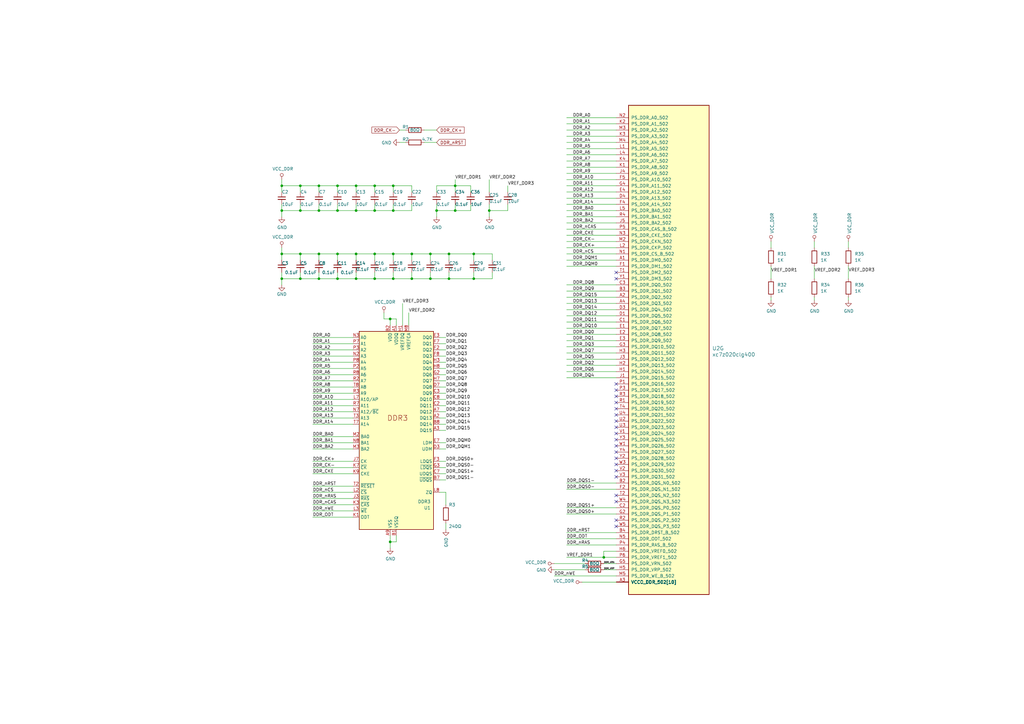
<source format=kicad_sch>
(kicad_sch (version 20231120) (generator "eeschema") (generator_version "8.0")
  (paper "A3")
  (junction (at 161.29 86.36))
  (junction (at 138.43 114.3))
  (junction (at 200.66 86.36))
  (junction (at 115.57 114.3))
  (junction (at 123.19 114.3))
  (junction (at 161.29 104.14))
  (junction (at 123.19 76.2))
  (junction (at 168.91 114.3))
  (junction (at 168.91 104.14))
  (junction (at 153.67 114.3))
  (junction (at 130.81 86.36))
  (junction (at 115.57 104.14))
  (junction (at 161.29 114.3))
  (junction (at 184.15 104.14))
  (junction (at 138.43 104.14))
  (junction (at 123.19 104.14))
  (junction (at 115.57 86.36))
  (junction (at 160.02 130.81))
  (junction (at 146.05 86.36))
  (junction (at 123.19 86.36))
  (junction (at 194.31 114.3))
  (junction (at 153.67 104.14))
  (junction (at 115.57 76.2))
  (junction (at 160.02 222.25))
  (junction (at 146.05 114.3))
  (junction (at 161.29 76.2))
  (junction (at 138.43 86.36))
  (junction (at 186.69 86.36))
  (junction (at 179.07 86.36))
  (junction (at 176.53 114.3))
  (junction (at 184.15 114.3))
  (junction (at 153.67 86.36))
  (junction (at 130.81 76.2))
  (junction (at 176.53 104.14))
  (junction (at 194.31 104.14))
  (junction (at 138.43 76.2))
  (junction (at 186.69 76.2))
  (junction (at 130.81 104.14))
  (junction (at 247.65 228.6))
  (junction (at 130.81 114.3))
  (junction (at 153.67 76.2))
  (junction (at 146.05 76.2))
  (junction (at 146.05 104.14))
  (no_connect (at 252.73 165.1))
  (no_connect (at 252.73 195.58))
  (no_connect (at 252.73 111.76))
  (no_connect (at 252.73 203.2))
  (no_connect (at 252.73 162.56))
  (no_connect (at 252.73 187.96))
  (no_connect (at 252.73 172.72))
  (no_connect (at 252.73 185.42))
  (no_connect (at 252.73 157.48))
  (no_connect (at 252.73 180.34))
  (no_connect (at 252.73 182.88))
  (no_connect (at 252.73 193.04))
  (no_connect (at 252.73 114.3))
  (no_connect (at 252.73 167.64))
  (no_connect (at 252.73 170.18))
  (no_connect (at 252.73 175.26))
  (no_connect (at 252.73 213.36))
  (no_connect (at 252.73 190.5))
  (no_connect (at 252.73 160.02))
  (no_connect (at 252.73 177.8))
  (no_connect (at 252.73 215.9))
  (no_connect (at 252.73 205.74))
  (wire (pts (xy 232.41 86.36) (xy 252.73 86.36)))
  (wire (pts (xy 138.43 76.2) (xy 138.43 78.74)))
  (wire (pts (xy 232.41 200.66) (xy 252.73 200.66)))
  (wire (pts (xy 186.69 86.36) (xy 193.04 86.36)))
  (wire (pts (xy 232.41 55.88) (xy 252.73 55.88)))
  (wire (pts (xy 144.78 163.83) (xy 128.27 163.83)))
  (wire (pts (xy 144.78 166.37) (xy 128.27 166.37)))
  (wire (pts (xy 232.41 106.68) (xy 252.73 106.68)))
  (wire (pts (xy 208.28 86.36) (xy 208.28 83.82)))
  (wire (pts (xy 182.88 156.21) (xy 180.34 156.21)))
  (wire (pts (xy 200.66 86.36) (xy 200.66 83.82)))
  (wire (pts (xy 168.91 106.68) (xy 168.91 104.14)))
  (wire (pts (xy 252.73 233.68) (xy 247.65 233.68)))
  (wire (pts (xy 161.29 86.36) (xy 161.29 83.82)))
  (wire (pts (xy 232.41 154.94) (xy 252.73 154.94)))
  (wire (pts (xy 184.15 114.3) (xy 184.15 111.76)))
  (wire (pts (xy 176.53 106.68) (xy 176.53 104.14)))
  (wire (pts (xy 138.43 104.14) (xy 146.05 104.14)))
  (wire (pts (xy 153.67 106.68) (xy 153.67 104.14)))
  (wire (pts (xy 144.78 209.55) (xy 128.27 209.55)))
  (wire (pts (xy 123.19 86.36) (xy 130.81 86.36)))
  (wire (pts (xy 128.27 138.43) (xy 144.78 138.43)))
  (wire (pts (xy 153.67 76.2) (xy 153.67 78.74)))
  (wire (pts (xy 232.41 129.54) (xy 252.73 129.54)))
  (wire (pts (xy 168.91 114.3) (xy 176.53 114.3)))
  (wire (pts (xy 193.04 86.36) (xy 193.04 83.82)))
  (wire (pts (xy 186.69 86.36) (xy 186.69 83.82)))
  (wire (pts (xy 232.41 132.08) (xy 252.73 132.08)))
  (wire (pts (xy 232.41 208.28) (xy 252.73 208.28)))
  (wire (pts (xy 161.29 106.68) (xy 161.29 104.14)))
  (wire (pts (xy 123.19 76.2) (xy 130.81 76.2)))
  (wire (pts (xy 144.78 171.45) (xy 128.27 171.45)))
  (wire (pts (xy 179.07 86.36) (xy 186.69 86.36)))
  (wire (pts (xy 232.41 60.96) (xy 252.73 60.96)))
  (wire (pts (xy 232.41 127) (xy 252.73 127)))
  (wire (pts (xy 182.88 166.37) (xy 180.34 166.37)))
  (wire (pts (xy 123.19 114.3) (xy 130.81 114.3)))
  (wire (pts (xy 144.78 204.47) (xy 128.27 204.47)))
  (wire (pts (xy 161.29 76.2) (xy 168.91 76.2)))
  (wire (pts (xy 146.05 114.3) (xy 153.67 114.3)))
  (wire (pts (xy 316.23 101.6) (xy 316.23 99.06)))
  (wire (pts (xy 144.78 148.59) (xy 128.27 148.59)))
  (wire (pts (xy 232.41 63.5) (xy 252.73 63.5)))
  (wire (pts (xy 247.65 226.06) (xy 247.65 228.6)))
  (wire (pts (xy 227.33 233.68) (xy 240.03 233.68)))
  (wire (pts (xy 180.34 201.93) (xy 182.88 201.93)))
  (wire (pts (xy 232.41 149.86) (xy 252.73 149.86)))
  (wire (pts (xy 130.81 76.2) (xy 138.43 76.2)))
  (wire (pts (xy 247.65 228.6) (xy 252.73 228.6)))
  (wire (pts (xy 200.66 86.36) (xy 208.28 86.36)))
  (wire (pts (xy 153.67 114.3) (xy 161.29 114.3)))
  (wire (pts (xy 176.53 114.3) (xy 176.53 111.76)))
  (wire (pts (xy 184.15 114.3) (xy 194.31 114.3)))
  (wire (pts (xy 146.05 114.3) (xy 146.05 111.76)))
  (wire (pts (xy 227.33 236.22) (xy 252.73 236.22)))
  (wire (pts (xy 128.27 181.61) (xy 144.78 181.61)))
  (wire (pts (xy 232.41 81.28) (xy 252.73 81.28)))
  (wire (pts (xy 162.56 130.81) (xy 160.02 130.81)))
  (wire (pts (xy 130.81 76.2) (xy 130.81 78.74)))
  (wire (pts (xy 115.57 73.66) (xy 115.57 76.2)))
  (wire (pts (xy 144.78 153.67) (xy 128.27 153.67)))
  (wire (pts (xy 115.57 88.9) (xy 115.57 86.36)))
  (wire (pts (xy 123.19 76.2) (xy 123.19 78.74)))
  (wire (pts (xy 227.33 231.14) (xy 240.03 231.14)))
  (wire (pts (xy 130.81 106.68) (xy 130.81 104.14)))
  (wire (pts (xy 194.31 104.14) (xy 201.93 104.14)))
  (wire (pts (xy 232.41 152.4) (xy 252.73 152.4)))
  (wire (pts (xy 179.07 53.34) (xy 173.99 53.34)))
  (wire (pts (xy 347.98 109.22) (xy 347.98 114.3)))
  (wire (pts (xy 201.93 114.3) (xy 201.93 111.76)))
  (wire (pts (xy 179.07 78.74) (xy 179.07 76.2)))
  (wire (pts (xy 146.05 104.14) (xy 153.67 104.14)))
  (wire (pts (xy 232.41 139.7) (xy 252.73 139.7)))
  (wire (pts (xy 130.81 86.36) (xy 138.43 86.36)))
  (wire (pts (xy 168.91 86.36) (xy 168.91 83.82)))
  (wire (pts (xy 182.88 138.43) (xy 180.34 138.43)))
  (wire (pts (xy 182.88 146.05) (xy 180.34 146.05)))
  (wire (pts (xy 144.78 143.51) (xy 128.27 143.51)))
  (wire (pts (xy 115.57 76.2) (xy 115.57 78.74)))
  (wire (pts (xy 168.91 76.2) (xy 168.91 78.74)))
  (wire (pts (xy 334.01 109.22) (xy 334.01 114.3)))
  (wire (pts (xy 144.78 173.99) (xy 128.27 173.99)))
  (wire (pts (xy 144.78 156.21) (xy 128.27 156.21)))
  (wire (pts (xy 232.41 99.06) (xy 252.73 99.06)))
  (wire (pts (xy 232.41 83.82) (xy 252.73 83.82)))
  (wire (pts (xy 232.41 91.44) (xy 252.73 91.44)))
  (wire (pts (xy 182.88 158.75) (xy 180.34 158.75)))
  (wire (pts (xy 316.23 109.22) (xy 316.23 114.3)))
  (wire (pts (xy 208.28 76.2) (xy 208.28 78.74)))
  (wire (pts (xy 182.88 217.17) (xy 182.88 214.63)))
  (wire (pts (xy 182.88 194.31) (xy 180.34 194.31)))
  (wire (pts (xy 179.07 86.36) (xy 179.07 83.82)))
  (wire (pts (xy 232.41 144.78) (xy 252.73 144.78)))
  (wire (pts (xy 247.65 226.06) (xy 252.73 226.06)))
  (wire (pts (xy 232.41 58.42) (xy 252.73 58.42)))
  (wire (pts (xy 232.41 210.82) (xy 252.73 210.82)))
  (wire (pts (xy 144.78 158.75) (xy 128.27 158.75)))
  (wire (pts (xy 194.31 106.68) (xy 194.31 104.14)))
  (wire (pts (xy 182.88 196.85) (xy 180.34 196.85)))
  (wire (pts (xy 193.04 76.2) (xy 193.04 78.74)))
  (wire (pts (xy 162.56 222.25) (xy 160.02 222.25)))
  (wire (pts (xy 347.98 101.6) (xy 347.98 99.06)))
  (wire (pts (xy 182.88 161.29) (xy 180.34 161.29)))
  (wire (pts (xy 232.41 121.92) (xy 252.73 121.92)))
  (wire (pts (xy 115.57 76.2) (xy 123.19 76.2)))
  (wire (pts (xy 144.78 146.05) (xy 128.27 146.05)))
  (wire (pts (xy 144.78 161.29) (xy 128.27 161.29)))
  (wire (pts (xy 130.81 86.36) (xy 130.81 83.82)))
  (wire (pts (xy 334.01 101.6) (xy 334.01 99.06)))
  (wire (pts (xy 144.78 189.23) (xy 128.27 189.23)))
  (wire (pts (xy 123.19 104.14) (xy 130.81 104.14)))
  (wire (pts (xy 138.43 86.36) (xy 138.43 83.82)))
  (wire (pts (xy 144.78 184.15) (xy 128.27 184.15)))
  (wire (pts (xy 184.15 104.14) (xy 194.31 104.14)))
  (wire (pts (xy 153.67 86.36) (xy 161.29 86.36)))
  (wire (pts (xy 232.41 88.9) (xy 252.73 88.9)))
  (wire (pts (xy 182.88 153.67) (xy 180.34 153.67)))
  (wire (pts (xy 115.57 101.6) (xy 115.57 104.14)))
  (wire (pts (xy 157.48 130.81) (xy 160.02 130.81)))
  (wire (pts (xy 232.41 223.52) (xy 252.73 223.52)))
  (wire (pts (xy 146.05 106.68) (xy 146.05 104.14)))
  (wire (pts (xy 144.78 194.31) (xy 128.27 194.31)))
  (wire (pts (xy 115.57 114.3) (xy 123.19 114.3)))
  (wire (pts (xy 179.07 76.2) (xy 186.69 76.2)))
  (wire (pts (xy 247.65 231.14) (xy 252.73 231.14)))
  (wire (pts (xy 232.41 73.66) (xy 252.73 73.66)))
  (wire (pts (xy 123.19 86.36) (xy 123.19 83.82)))
  (wire (pts (xy 182.88 184.15) (xy 180.34 184.15)))
  (wire (pts (xy 334.01 121.92) (xy 334.01 123.19)))
  (wire (pts (xy 115.57 106.68) (xy 115.57 104.14)))
  (wire (pts (xy 238.76 238.76) (xy 252.73 238.76)))
  (wire (pts (xy 157.48 128.27) (xy 157.48 130.81)))
  (wire (pts (xy 232.41 198.12) (xy 252.73 198.12)))
  (wire (pts (xy 123.19 114.3) (xy 123.19 111.76)))
  (wire (pts (xy 138.43 86.36) (xy 146.05 86.36)))
  (wire (pts (xy 128.27 212.09) (xy 144.78 212.09)))
  (wire (pts (xy 144.78 168.91) (xy 128.27 168.91)))
  (wire (pts (xy 153.67 114.3) (xy 153.67 111.76)))
  (wire (pts (xy 182.88 171.45) (xy 180.34 171.45)))
  (wire (pts (xy 160.02 130.81) (xy 160.02 133.35)))
  (wire (pts (xy 115.57 104.14) (xy 123.19 104.14)))
  (wire (pts (xy 115.57 116.84) (xy 115.57 114.3)))
  (wire (pts (xy 123.19 106.68) (xy 123.19 104.14)))
  (wire (pts (xy 184.15 106.68) (xy 184.15 104.14)))
  (wire (pts (xy 144.78 179.07) (xy 128.27 179.07)))
  (wire (pts (xy 201.93 104.14) (xy 201.93 106.68)))
  (wire (pts (xy 186.69 73.66) (xy 186.69 76.2)))
  (wire (pts (xy 232.41 104.14) (xy 252.73 104.14)))
  (wire (pts (xy 115.57 114.3) (xy 115.57 111.76)))
  (wire (pts (xy 144.78 191.77) (xy 128.27 191.77)))
  (wire (pts (xy 182.88 176.53) (xy 180.34 176.53)))
  (wire (pts (xy 168.91 114.3) (xy 168.91 111.76)))
  (wire (pts (xy 182.88 140.97) (xy 180.34 140.97)))
  (wire (pts (xy 232.41 66.04) (xy 252.73 66.04)))
  (wire (pts (xy 179.07 58.42) (xy 173.99 58.42)))
  (wire (pts (xy 232.41 220.98) (xy 252.73 220.98)))
  (wire (pts (xy 182.88 201.93) (xy 182.88 207.01)))
  (wire (pts (xy 232.41 50.8) (xy 252.73 50.8)))
  (wire (pts (xy 138.43 114.3) (xy 146.05 114.3)))
  (wire (pts (xy 115.57 86.36) (xy 115.57 83.82)))
  (wire (pts (xy 161.29 114.3) (xy 161.29 111.76)))
  (wire (pts (xy 161.29 114.3) (xy 168.91 114.3)))
  (wire (pts (xy 153.67 104.14) (xy 161.29 104.14)))
  (wire (pts (xy 186.69 76.2) (xy 186.69 78.74)))
  (wire (pts (xy 146.05 76.2) (xy 146.05 78.74)))
  (wire (pts (xy 232.41 68.58) (xy 252.73 68.58)))
  (wire (pts (xy 160.02 222.25) (xy 160.02 219.71)))
  (wire (pts (xy 232.41 147.32) (xy 252.73 147.32)))
  (wire (pts (xy 347.98 121.92) (xy 347.98 123.19)))
  (wire (pts (xy 232.41 134.62) (xy 252.73 134.62)))
  (wire (pts (xy 144.78 207.01) (xy 128.27 207.01)))
  (wire (pts (xy 232.41 124.46) (xy 252.73 124.46)))
  (wire (pts (xy 232.41 93.98) (xy 252.73 93.98)))
  (wire (pts (xy 232.41 228.6) (xy 247.65 228.6)))
  (wire (pts (xy 179.07 86.36) (xy 179.07 88.9)))
  (wire (pts (xy 162.56 222.25) (xy 162.56 219.71)))
  (wire (pts (xy 232.41 78.74) (xy 252.73 78.74)))
  (wire (pts (xy 316.23 121.92) (xy 316.23 123.19)))
  (wire (pts (xy 161.29 86.36) (xy 168.91 86.36)))
  (wire (pts (xy 182.88 163.83) (xy 180.34 163.83)))
  (wire (pts (xy 232.41 71.12) (xy 252.73 71.12)))
  (wire (pts (xy 153.67 76.2) (xy 161.29 76.2)))
  (wire (pts (xy 232.41 218.44) (xy 252.73 218.44)))
  (wire (pts (xy 146.05 86.36) (xy 146.05 83.82)))
  (wire (pts (xy 182.88 173.99) (xy 180.34 173.99)))
  (wire (pts (xy 138.43 106.68) (xy 138.43 104.14)))
  (wire (pts (xy 146.05 76.2) (xy 153.67 76.2)))
  (wire (pts (xy 232.41 48.26) (xy 252.73 48.26)))
  (wire (pts (xy 146.05 86.36) (xy 153.67 86.36)))
  (wire (pts (xy 194.31 114.3) (xy 201.93 114.3)))
  (wire (pts (xy 176.53 104.14) (xy 184.15 104.14)))
  (wire (pts (xy 167.64 128.27) (xy 167.64 133.35)))
  (wire (pts (xy 232.41 96.52) (xy 252.73 96.52)))
  (wire (pts (xy 161.29 104.14) (xy 168.91 104.14)))
  (wire (pts (xy 144.78 140.97) (xy 128.27 140.97)))
  (wire (pts (xy 162.56 130.81) (xy 162.56 133.35)))
  (wire (pts (xy 232.41 76.2) (xy 252.73 76.2)))
  (wire (pts (xy 182.88 151.13) (xy 180.34 151.13)))
  (wire (pts (xy 130.81 104.14) (xy 138.43 104.14)))
  (wire (pts (xy 232.41 119.38) (xy 252.73 119.38)))
  (wire (pts (xy 138.43 114.3) (xy 138.43 111.76)))
  (wire (pts (xy 232.41 53.34) (xy 252.73 53.34)))
  (wire (pts (xy 161.29 76.2) (xy 161.29 78.74)))
  (wire (pts (xy 144.78 201.93) (xy 128.27 201.93)))
  (wire (pts (xy 194.31 114.3) (xy 194.31 111.76)))
  (wire (pts (xy 182.88 143.51) (xy 180.34 143.51)))
  (wire (pts (xy 182.88 181.61) (xy 180.34 181.61)))
  (wire (pts (xy 232.41 142.24) (xy 252.73 142.24)))
  (wire (pts (xy 144.78 199.39) (xy 128.27 199.39)))
  (wire (pts (xy 115.57 86.36) (xy 123.19 86.36)))
  (wire (pts (xy 138.43 76.2) (xy 146.05 76.2)))
  (wire (pts (xy 186.69 76.2) (xy 193.04 76.2)))
  (wire (pts (xy 144.78 151.13) (xy 128.27 151.13)))
  (wire (pts (xy 168.91 104.14) (xy 176.53 104.14)))
  (wire (pts (xy 182.88 189.23) (xy 180.34 189.23)))
  (wire (pts (xy 200.66 88.9) (xy 200.66 86.36)))
  (wire (pts (xy 160.02 224.79) (xy 160.02 222.25)))
  (wire (pts (xy 182.88 148.59) (xy 180.34 148.59)))
  (wire (pts (xy 153.67 86.36) (xy 153.67 83.82)))
  (wire (pts (xy 176.53 114.3) (xy 184.15 114.3)))
  (wire (pts (xy 130.81 114.3) (xy 130.81 111.76)))
  (wire (pts (xy 200.66 73.66) (xy 200.66 78.74)))
  (wire (pts (xy 182.88 168.91) (xy 180.34 168.91)))
  (wire (pts (xy 163.83 58.42) (xy 166.37 58.42)))
  (wire (pts (xy 165.1 124.46) (xy 165.1 133.35)))
  (wire (pts (xy 232.41 116.84) (xy 252.73 116.84)))
  (wire (pts (xy 232.41 137.16) (xy 252.73 137.16)))
  (wire (pts (xy 163.83 53.34) (xy 166.37 53.34)))
  (wire (pts (xy 232.41 109.22) (xy 252.73 109.22)))
  (wire (pts (xy 232.41 101.6) (xy 252.73 101.6)))
  (wire (pts (xy 182.88 191.77) (xy 180.34 191.77)))
  (wire (pts (xy 130.81 114.3) (xy 138.43 114.3)))
  (label "DDR_A12" (at 128.27 168.91 0))
  (label "DDR_DQM1" (at 182.88 184.15 0))
  (label "DDR_DQ5" (at 182.88 151.13 0))
  (label "DDR_A13" (at 234.95 81.28 0))
  (label "DDR_BA1" (at 128.27 181.61 0))
  (label "DDR_BA1" (at 234.95 88.9 0))
  (label "VREF_DDR1" (at 232.41 228.6 0))
  (label "DDR_DQ1" (at 182.88 140.97 0))
  (label "DDR_A0" (at 128.27 138.43 0))
  (label "DDR_nCAS" (at 128.27 207.01 0))
  (label "DDR_DQS0-" (at 182.88 191.77 0))
  (label "VREF_DDR3" (at 208.28 76.2 0))
  (label "DDR_nRAS" (at 128.27 204.47 0))
  (label "DDR_A14" (at 128.27 173.99 0))
  (label "DDR_DQ3" (at 234.95 142.24 0))
  (label "DDR_DQM0" (at 234.95 109.22 0))
  (label "DDR_DQS1-" (at 182.88 196.85 0))
  (label "VREF_DDR2" (at 334.01 111.76 0))
  (label "DDR_DQ10" (at 234.95 134.62 0))
  (label "DDR_A3" (at 128.27 146.05 0))
  (label "DDR_BA0" (at 234.95 86.36 0))
  (label "DDR_DQ6" (at 182.88 153.67 0))
  (label "DDR_A2" (at 234.95 53.34 0))
  (label "DDR_DQ13" (at 234.95 124.46 0))
  (label "DDR_VRP" (at 247.65 233.68 0) (effects (font (size 0.635 0.635))))
  (label "DDR_nRAS" (at 232.41 223.52 0))
  (label "DDR_nCS" (at 234.95 104.14 0))
  (label "DDR_CK-" (at 234.95 99.06 0))
  (label "DDR_nWE" (at 128.27 209.55 0))
  (label "DDR_A5" (at 128.27 151.13 0))
  (label "DDR_nCS" (at 128.27 201.93 0))
  (label "DDR_DQ4" (at 182.88 148.59 0))
  (label "DDR_A5" (at 234.95 60.96 0))
  (label "DDR_DQS1+" (at 182.88 194.31 0))
  (label "DDR_A11" (at 234.95 76.2 0))
  (label "DDR_nRST" (at 232.41 218.44 0))
  (label "DDR_DQ13" (at 182.88 171.45 0))
  (label "DDR_A13" (at 128.27 171.45 0))
  (label "DDR_A4" (at 128.27 148.59 0))
  (label "DDR_DQ11" (at 182.88 166.37 0))
  (label "DDR_BA2" (at 234.95 91.44 0))
  (label "DDR_DQ8" (at 234.95 116.84 0))
  (label "DDR_A4" (at 234.95 58.42 0))
  (label "DDR_DQ9" (at 182.88 161.29 0))
  (label "DDR_DQS0+" (at 182.88 189.23 0))
  (label "DDR_ODT" (at 232.41 220.98 0))
  (label "DDR_A0" (at 234.95 48.26 0))
  (label "DDR_DQ12" (at 182.88 168.91 0))
  (label "DDR_DQ15" (at 182.88 176.53 0))
  (label "DDR_CK+" (at 234.95 101.6 0))
  (label "DDR_A7" (at 128.27 156.21 0))
  (label "DDR_DQ0" (at 234.95 137.16 0))
  (label "DDR_DQ10" (at 182.88 163.83 0))
  (label "DDR_DQ11" (at 234.95 132.08 0))
  (label "DDR_DQ8" (at 182.88 158.75 0))
  (label "DDR_A1" (at 128.27 140.97 0))
  (label "DDR_A6" (at 128.27 153.67 0))
  (label "VREF_DDR2" (at 200.66 73.66 0))
  (label "DDR_DQ0" (at 182.88 138.43 0))
  (label "DDR_A6" (at 234.95 63.5 0))
  (label "DDR_DQ7" (at 182.88 156.21 0))
  (label "DDR_DQ14" (at 234.95 127 0))
  (label "DDR_DQ3" (at 182.88 146.05 0))
  (label "DDR_A8" (at 234.95 68.58 0))
  (label "VREF_DDR3" (at 165.1 124.46 0))
  (label "DDR_A10" (at 234.95 73.66 0))
  (label "DDR_A3" (at 234.95 55.88 0))
  (label "DDR_CK+" (at 128.27 189.23 0))
  (label "DDR_DQM1" (at 234.95 106.68 0))
  (label "DDR_CKE" (at 128.27 194.31 0))
  (label "DDR_DQS1-" (at 232.41 198.12 0))
  (label "VREF_DDR3" (at 347.98 111.7132 0))
  (label "DDR_CKE" (at 234.95 96.52 0))
  (label "VREF_DDR2" (at 167.64 128.27 0))
  (label "DDR_DQ14" (at 182.88 173.99 0))
  (label "DDR_A12" (at 234.95 78.74 0))
  (label "DDR_DQ5" (at 234.95 147.32 0))
  (label "DDR_DQ4" (at 234.95 154.94 0))
  (label "DDR_nCAS" (at 234.95 93.98 0))
  (label "DDR_A11" (at 128.27 166.37 0))
  (label "DDR_DQ2" (at 234.95 149.86 0))
  (label "DDR_A8" (at 128.27 158.75 0))
  (label "DDR_nWE" (at 227.33 236.22 0))
  (label "DDR_A9" (at 128.27 161.29 0))
  (label "DDR_DQS0+" (at 232.41 210.82 0))
  (label "DDR_DQ2" (at 182.88 143.51 0))
  (label "DDR_DQM0" (at 182.88 181.61 0))
  (label "DDR_A7" (at 234.95 66.04 0))
  (label "VREF_DDR1" (at 186.69 73.66 0))
  (label "DDR_CK-" (at 128.27 191.77 0))
  (label "DDR_DQ6" (at 234.95 152.4 0))
  (label "DDR_BA2" (at 128.27 184.15 0))
  (label "DDR_DQ15" (at 234.95 121.92 0))
  (label "DDR_VRN" (at 247.65 231.14 0) (effects (font (size 0.635 0.635))))
  (label "DDR_ODT" (at 128.27 212.09 0))
  (label "DDR_DQS0-" (at 232.41 200.66 0))
  (label "DDR_DQ9" (at 234.95 119.38 0))
  (label "DDR_DQ1" (at 234.95 139.7 0))
  (label "DDR_A14" (at 234.95 83.82 0))
  (label "DDR_A10" (at 128.27 163.83 0))
  (label "DDR_DQS1+" (at 232.41 208.28 0))
  (label "DDR_A9" (at 234.95 71.12 0))
  (label "VREF_DDR1" (at 316.23 111.76 0))
  (label "DDR_A1" (at 234.95 50.8 0))
  (label "DDR_BA0" (at 128.27 179.07 0))
  (label "DDR_DQ7" (at 234.95 144.78 0))
  (label "DDR_A2" (at 128.27 143.51 0))
  (label "DDR_nRST" (at 128.27 199.39 0))
  (label "DDR_DQ12" (at 234.95 129.54 0))
  (global_label "DDR_nRST" (shape input) (at 179.07 58.42 0) (property "Intersheetrefs" "${INTERSHEET_REFS}" (effects (hide yes))))
  (global_label "DDR_CK-" (shape input) (at 163.83 53.34 180) (property "Intersheetrefs" "${INTERSHEET_REFS}" (effects (hide yes))))
  (global_label "DDR_CK+" (shape input) (at 179.07 53.34 0) (property "Intersheetrefs" "${INTERSHEET_REFS}" (effects (hide yes))))
  (symbol (lib_id "7z010_ddr:xc7z020clg400") (at 252.73 48.26 0) (unit 7)
    (property "Reference" "U2" (at 292.1 142.875 0) (effects (font (size 1.524 1.524)) (justify left)))
    (property "Value" "xc7z020clg400" (at 292.1 145.415 0) (effects (font (size 1.524 1.524)) (justify left)))
    (property "Footprint" "Package_CSP_Local:Xilinx_CLG400_020_Delay" (effects (hide yes)))
  )
  (symbol (lib_id "Device:C_Small") (at 130.81 109.22 0) (unit 1)
    (property "Reference" "C8" (at 130.81 107.95 0) (effects (justify left)))
    (property "Value" "0.1uF" (at 132.08 111.76 0) (effects (justify left)))
    (property "Footprint" "Capacitor_SMD:C_0201_0603Metric" (effects (hide yes)))
  )
  (symbol (lib_id "Device:C_Small") (at 146.05 109.22 0) (unit 1)
    (property "Reference" "C14" (at 146.05 107.95 0) (effects (justify left)))
    (property "Value" "0.1uF" (at 146.05 110.49 0) (effects (justify left)))
    (property "Footprint" "Capacitor_SMD:C_0201_0603Metric" (effects (hide yes)))
  )
  (symbol (lib_id "7z010_ddr:VCC_DDR-power") (at 157.48 128.27 0) (unit 1)
    (property "Reference" "#PWR08" (effects (hide yes)))
    (property "Value" "VCC_DDR" (at 157.9118 123.8758 0))
  )
  (symbol (lib_id "Device:C_Small") (at 201.93 109.22 0) (unit 1)
    (property "Reference" "C31" (at 201.93 107.95 0) (effects (justify left)))
    (property "Value" "0.1uF" (at 201.93 110.49 0) (effects (justify left)))
    (property "Footprint" "Capacitor_SMD:C_0201_0603Metric" (effects (hide yes)))
  )
  (symbol (lib_id "Device:R") (at 243.84 231.14 270) (unit 1)
    (property "Reference" "R4" (at 240.03 229.87 90))
    (property "Value" "80Ω" (at 243.84 231.14 90))
    (property "Footprint" "Resistor_SMD:R_0201_0603Metric" (effects (hide yes)))
  )
  (symbol (lib_id "power:GND") (at 160.02 224.79 0) (unit 1)
    (property "Reference" "#PWR09" (effects (hide yes)))
    (property "Value" "GND" (at 160.147 229.1842 0))
  )
  (symbol (lib_id "power:GND") (at 179.07 88.9 0) (unit 1)
    (property "Reference" "#PWR015" (effects (hide yes)))
    (property "Value" "GND" (at 179.197 93.2942 0))
  )
  (symbol (lib_id "Device:C_Small") (at 153.67 109.22 0) (unit 1)
    (property "Reference" "C16" (at 153.67 107.95 0) (effects (justify left)))
    (property "Value" "0.1uF" (at 153.67 110.49 0) (effects (justify left)))
    (property "Footprint" "Capacitor_SMD:C_0201_0603Metric" (effects (hide yes)))
  )
  (symbol (lib_id "Device:R") (at 170.18 58.42 270) (unit 1)
    (property "Reference" "R2" (at 166.37 57.15 90))
    (property "Value" "4.7K" (at 175.26 57.15 90))
    (property "Footprint" "Resistor_SMD:R_0201_0603Metric" (effects (hide yes)))
  )
  (symbol (lib_id "power:GND") (at 200.66 88.9 0) (unit 1)
    (property "Reference" "#PWR012" (effects (hide yes)))
    (property "Value" "GND" (at 200.787 93.2942 0))
  )
  (symbol (lib_id "7z010_ddr:VCC_DDR-power") (at 238.76 238.76 90) (unit 1)
    (property "Reference" "#PWR021" (effects (hide yes)))
    (property "Value" "VCC_DDR" (at 235.5342 238.3028 90) (effects (justify left)))
  )
  (symbol (lib_id "Device:C_Small") (at 161.29 81.28 0) (unit 1)
    (property "Reference" "C19" (at 161.29 78.74 0) (effects (justify left)))
    (property "Value" "0.1uF" (at 161.29 83.82 0) (effects (justify left)))
    (property "Footprint" "Capacitor_SMD:C_0201_0603Metric" (effects (hide yes)))
  )
  (symbol (lib_id "7z010_ddr:VCC_DDR-power") (at 227.33 231.14 90) (unit 1)
    (property "Reference" "#PWR017" (effects (hide yes)))
    (property "Value" "VCC_DDR" (at 224.1042 230.6828 90) (effects (justify left)))
  )
  (symbol (lib_id "Device:C_Small") (at 176.53 109.22 0) (unit 1)
    (property "Reference" "C24" (at 176.53 107.95 0) (effects (justify left)))
    (property "Value" "0.1uF" (at 176.53 110.49 0) (effects (justify left)))
    (property "Footprint" "Capacitor_SMD:C_0201_0603Metric" (effects (hide yes)))
  )
  (symbol (lib_id "7z010_ddr:VCC_DDR-power") (at 334.01 99.06 0) (unit 1)
    (property "Reference" "#PWR0215" (effects (hide yes)))
    (property "Value" "VCC_DDR" (at 334.4672 95.8342 90) (effects (justify left)))
  )
  (symbol (lib_id "Device:C_Small") (at 208.28 81.28 0) (unit 1)
    (property "Reference" "C28" (at 208.28 80.01 0) (effects (justify left)))
    (property "Value" "10uF" (at 208.28 82.55 0) (effects (justify left)))
    (property "Footprint" "Capacitor_SMD:C_0402_1005Metric" (effects (hide yes)))
  )
  (symbol (lib_id "power:GND") (at 163.83 58.42 270) (unit 1)
    (property "Reference" "#PWR013" (effects (hide yes)))
    (property "Value" "GND" (at 160.5788 58.547 90) (effects (justify right)))
  )
  (symbol (lib_id "Device:C_Small") (at 138.43 81.28 0) (unit 1)
    (property "Reference" "C10" (at 138.43 78.74 0) (effects (justify left)))
    (property "Value" "10uF" (at 138.43 83.82 0) (effects (justify left)))
    (property "Footprint" "Capacitor_SMD:C_0402_1005Metric" (effects (hide yes)))
  )
  (symbol (lib_id "power:GND") (at 334.01 123.19 0) (unit 1)
    (property "Reference" "#PWR0214" (effects (hide yes)))
    (property "Value" "GND" (at 334.137 127.5842 0))
  )
  (symbol (lib_id "7z010_ddr:VCC_DDR-power") (at 316.23 99.06 0) (unit 1)
    (property "Reference" "#PWR0211" (effects (hide yes)))
    (property "Value" "VCC_DDR" (at 316.6872 95.8342 90) (effects (justify left)))
  )
  (symbol (lib_id "7z010_ddr:VCC_DDR-power") (at 115.57 101.6 0) (unit 1)
    (property "Reference" "#PWR06" (effects (hide yes)))
    (property "Value" "VCC_DDR" (at 116.0018 97.2058 0))
  )
  (symbol (lib_id "Device:C_Small") (at 193.04 81.28 0) (unit 1)
    (property "Reference" "C36" (at 193.04 78.74 0) (effects (justify left)))
    (property "Value" "10uF" (at 193.04 83.82 0) (effects (justify left)))
    (property "Footprint" "Capacitor_SMD:C_0402_1005Metric" (effects (hide yes)))
  )
  (symbol (lib_id "Device:R") (at 316.23 105.41 0) (unit 1)
    (property "Reference" "R31" (at 318.77 104.1399 0) (effects (justify left)))
    (property "Value" "1K" (at 318.77 106.6799 0) (effects (justify left)))
    (property "Footprint" "Resistor_SMD:R_0201_0603Metric" (effects (hide yes)))
  )
  (symbol (lib_id "7z010_ddr:AS4C256M16D3") (at 162.56 176.53 0) (unit 1)
    (property "Reference" "U1" (at 175.26 208.28 0))
    (property "Value" "DDR3" (at 173.99 205.74 0))
    (property "Footprint" "Package_BGA:BGA-96_9.0x13.0mm_Layout2x3x16_P0.8mm_NoPaste" (effects (hide yes)))
    (property "Datasheet" "https://www.alliancememory.com/wp-content/uploads/pdf/ddr3/4GB-AS4C256M16D3.pdf" (effects (hide yes)))
  )
  (symbol (lib_id "power:GND") (at 115.57 88.9 0) (unit 1)
    (property "Reference" "#PWR05" (effects (hide yes)))
    (property "Value" "GND" (at 115.697 93.2942 0))
  )
  (symbol (lib_id "Device:R") (at 243.84 233.68 270) (unit 1)
    (property "Reference" "R5" (at 240.03 232.41 90))
    (property "Value" "80Ω" (at 243.84 233.68 90))
    (property "Footprint" "Resistor_SMD:R_0201_0603Metric" (effects (hide yes)))
  )
  (symbol (lib_id "power:GND") (at 316.23 123.19 0) (unit 1)
    (property "Reference" "#PWR0212" (effects (hide yes)))
    (property "Value" "GND" (at 316.357 127.5842 0))
  )
  (symbol (lib_id "Device:C_Small") (at 115.57 81.28 0) (unit 1)
    (property "Reference" "C2" (at 115.57 78.74 0) (effects (justify left)))
    (property "Value" "10uF" (at 115.57 83.82 0) (effects (justify left)))
    (property "Footprint" "Capacitor_SMD:C_0402_1005Metric" (effects (hide yes)))
  )
  (symbol (lib_id "Device:C_Small") (at 184.15 109.22 0) (unit 1)
    (property "Reference" "C26" (at 184.15 107.95 0) (effects (justify left)))
    (property "Value" "0.1uF" (at 184.15 110.49 0) (effects (justify left)))
    (property "Footprint" "Capacitor_SMD:C_0201_0603Metric" (effects (hide yes)))
  )
  (symbol (lib_id "Device:C_Small") (at 115.57 109.22 0) (unit 1)
    (property "Reference" "C3" (at 115.57 107.95 0) (effects (justify left)))
    (property "Value" "0.1uF" (at 116.84 111.76 0) (effects (justify left)))
    (property "Footprint" "Capacitor_SMD:C_0201_0603Metric" (effects (hide yes)))
  )
  (symbol (lib_id "Device:R") (at 170.18 53.34 270) (unit 1)
    (property "Reference" "R1" (at 166.37 52.07 90))
    (property "Value" "80Ω" (at 170.18 53.34 90))
    (property "Footprint" "Resistor_SMD:R_0201_0603Metric" (effects (hide yes)))
  )
  (symbol (lib_id "Device:C_Small") (at 179.07 81.28 0) (unit 1)
    (property "Reference" "C33" (at 179.07 78.74 0) (effects (justify left)))
    (property "Value" "0.1uF" (at 179.07 83.82 0) (effects (justify left)))
    (property "Footprint" "Capacitor_SMD:C_0201_0603Metric" (effects (hide yes)))
  )
  (symbol (lib_id "Device:C_Small") (at 186.69 81.28 0) (unit 1)
    (property "Reference" "C34" (at 186.69 78.74 0) (effects (justify left)))
    (property "Value" "0.1uF" (at 186.69 83.82 0) (effects (justify left)))
    (property "Footprint" "Capacitor_SMD:C_0201_0603Metric" (effects (hide yes)))
  )
  (symbol (lib_id "Device:C_Small") (at 138.43 109.22 0) (unit 1)
    (property "Reference" "C11" (at 138.43 107.95 0) (effects (justify left)))
    (property "Value" "0.1uF" (at 139.7 111.76 0) (effects (justify left)))
    (property "Footprint" "Capacitor_SMD:C_0201_0603Metric" (effects (hide yes)))
  )
  (symbol (lib_id "Device:C_Small") (at 161.29 109.22 0) (unit 1)
    (property "Reference" "C18" (at 161.29 107.95 0) (effects (justify left)))
    (property "Value" "0.1uF" (at 161.29 110.49 0) (effects (justify left)))
    (property "Footprint" "Capacitor_SMD:C_0201_0603Metric" (effects (hide yes)))
  )
  (symbol (lib_id "7z010_ddr:VCC_DDR-power") (at 347.98 99.06 0) (unit 1)
    (property "Reference" "#PWR0217" (effects (hide yes)))
    (property "Value" "VCC_DDR" (at 348.4372 95.8342 90) (effects (justify left)))
  )
  (symbol (lib_id "Device:R") (at 316.23 118.11 0) (unit 1)
    (property "Reference" "R32" (at 318.77 116.8399 0) (effects (justify left)))
    (property "Value" "1K" (at 318.77 119.3799 0) (effects (justify left)))
    (property "Footprint" "Resistor_SMD:R_0201_0603Metric" (effects (hide yes)))
  )
  (symbol (lib_id "7z010_ddr:VCC_DDR-power") (at 115.57 73.66 0) (unit 1)
    (property "Reference" "#PWR04" (effects (hide yes)))
    (property "Value" "VCC_DDR" (at 116.0018 69.2658 0))
  )
  (symbol (lib_id "power:GND") (at 227.33 233.68 270) (unit 1)
    (property "Reference" "#PWR018" (effects (hide yes)))
    (property "Value" "GND" (at 224.0788 233.807 90) (effects (justify right)))
  )
  (symbol (lib_id "power:GND") (at 115.57 116.84 0) (unit 1)
    (property "Reference" "#PWR07" (effects (hide yes)))
    (property "Value" "GND" (at 115.57 120.65 0))
  )
  (symbol (lib_id "Device:C_Small") (at 130.81 81.28 0) (unit 1)
    (property "Reference" "C7" (at 130.81 78.74 0) (effects (justify left)))
    (property "Value" "0.1uF" (at 130.81 83.82 0) (effects (justify left)))
    (property "Footprint" "Capacitor_SMD:C_0201_0603Metric" (effects (hide yes)))
  )
  (symbol (lib_id "Device:C_Small") (at 168.91 81.28 0) (unit 1)
    (property "Reference" "C22" (at 168.91 78.74 0) (effects (justify left)))
    (property "Value" "10uF" (at 168.91 83.82 0) (effects (justify left)))
    (property "Footprint" "Capacitor_SMD:C_0402_1005Metric" (effects (hide yes)))
  )
  (symbol (lib_id "power:GND") (at 347.98 123.19 0) (unit 1)
    (property "Reference" "#PWR0216" (effects (hide yes)))
    (property "Value" "GND" (at 348.107 127.5842 0))
  )
  (symbol (lib_id "Device:C_Small") (at 194.31 109.22 0) (unit 1)
    (property "Reference" "C29" (at 194.31 107.95 0) (effects (justify left)))
    (property "Value" "10uF" (at 194.31 110.49 0) (effects (justify left)))
    (property "Footprint" "Capacitor_SMD:C_0402_1005Metric" (effects (hide yes)))
  )
  (symbol (lib_id "Device:R") (at 347.98 118.11 0) (unit 1)
    (property "Reference" "R36" (at 350.52 116.8399 0) (effects (justify left)))
    (property "Value" "1K" (at 350.52 119.3799 0) (effects (justify left)))
    (property "Footprint" "Resistor_SMD:R_0201_0603Metric" (effects (hide yes)))
  )
  (symbol (lib_id "Device:R") (at 182.88 210.82 180) (unit 1)
    (property "Reference" "R3" (at 185.42 207.01 0))
    (property "Value" "240Ω" (at 186.69 215.9 0))
    (property "Footprint" "Resistor_SMD:R_0201_0603Metric" (effects (hide yes)))
  )
  (symbol (lib_id "Device:C_Small") (at 146.05 81.28 0) (unit 1)
    (property "Reference" "C13" (at 146.05 78.74 0) (effects (justify left)))
    (property "Value" "10uF" (at 146.05 83.82 0) (effects (justify left)))
    (property "Footprint" "Capacitor_SMD:C_0402_1005Metric" (effects (hide yes)))
  )
  (symbol (lib_id "Device:C_Small") (at 153.67 81.28 0) (unit 1)
    (property "Reference" "C15" (at 153.67 78.74 0) (effects (justify left)))
    (property "Value" "0.1uF" (at 153.67 83.82 0) (effects (justify left)))
    (property "Footprint" "Capacitor_SMD:C_0201_0603Metric" (effects (hide yes)))
  )
  (symbol (lib_id "power:GND") (at 182.88 217.17 0) (unit 1)
    (property "Reference" "#PWR016" (effects (hide yes)))
    (property "Value" "GND" (at 183.007 220.4212 90) (effects (justify right)))
  )
  (symbol (lib_id "Device:C_Small") (at 168.91 109.22 0) (unit 1)
    (property "Reference" "C21" (at 168.91 107.95 0) (effects (justify left)))
    (property "Value" "0.1uF" (at 168.91 110.49 0) (effects (justify left)))
    (property "Footprint" "Capacitor_SMD:C_0201_0603Metric" (effects (hide yes)))
  )
  (symbol (lib_id "Device:R") (at 334.01 118.11 0) (unit 1)
    (property "Reference" "R34" (at 336.55 116.8399 0) (effects (justify left)))
    (property "Value" "1K" (at 336.55 119.3799 0) (effects (justify left)))
    (property "Footprint" "Resistor_SMD:R_0201_0603Metric" (effects (hide yes)))
  )
  (symbol (lib_id "Device:R") (at 334.01 105.41 0) (unit 1)
    (property "Reference" "R33" (at 336.55 104.1399 0) (effects (justify left)))
    (property "Value" "1K" (at 336.55 106.6799 0) (effects (justify left)))
    (property "Footprint" "Resistor_SMD:R_0201_0603Metric" (effects (hide yes)))
  )
  (symbol (lib_id "Device:C_Small") (at 200.66 81.28 0) (unit 1)
    (property "Reference" "C25" (at 200.66 80.01 0) (effects (justify left)))
    (property "Value" "0.1uF" (at 200.66 82.55 0) (effects (justify left)))
    (property "Footprint" "Capacitor_SMD:C_0201_0603Metric" (effects (hide yes)))
  )
  (symbol (lib_id "Device:C_Small") (at 123.19 109.22 0) (unit 1)
    (property "Reference" "C5" (at 123.19 107.95 0) (effects (justify left)))
    (property "Value" "0.1uF" (at 124.46 111.76 0) (effects (justify left)))
    (property "Footprint" "Capacitor_SMD:C_0201_0603Metric" (effects (hide yes)))
  )
  (symbol (lib_id "Device:R") (at 347.98 105.41 0) (unit 1)
    (property "Reference" "R35" (at 350.52 104.1399 0) (effects (justify left)))
    (property "Value" "1K" (at 350.52 106.6799 0) (effects (justify left)))
    (property "Footprint" "Resistor_SMD:R_0201_0603Metric" (effects (hide yes)))
  )
  (symbol (lib_id "Device:C_Small") (at 123.19 81.28 0) (unit 1)
    (property "Reference" "C4" (at 123.19 78.74 0) (effects (justify left)))
    (property "Value" "0.1uF" (at 123.19 83.82 0) (effects (justify left)))
    (property "Footprint" "Capacitor_SMD:C_0201_0603Metric" (effects (hide yes)))
  )
)
</source>
